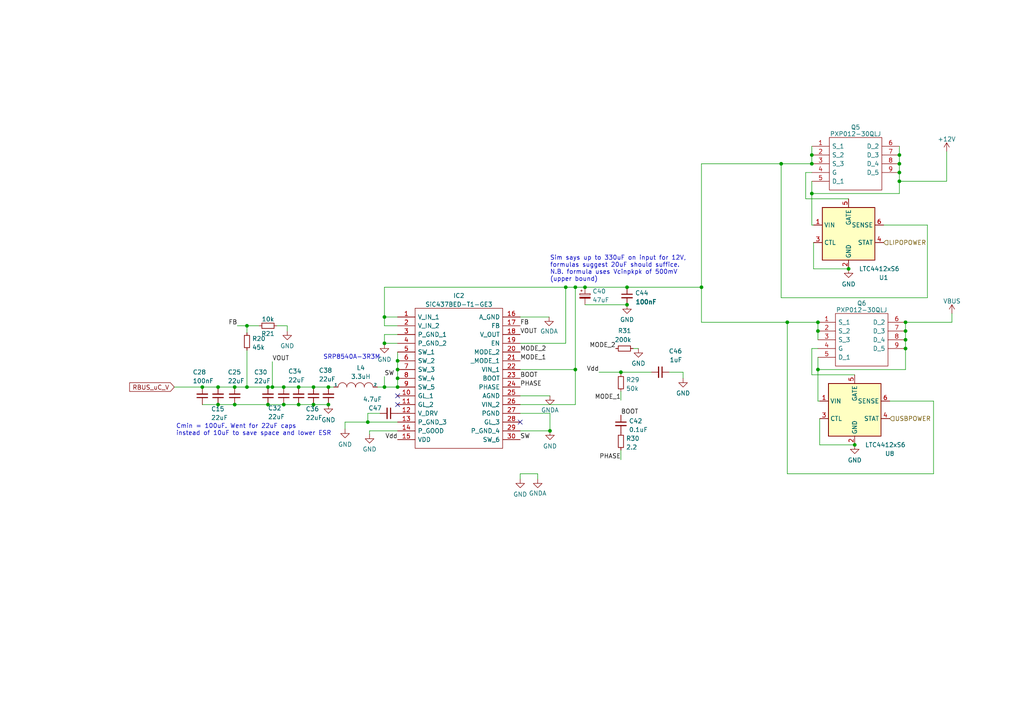
<source format=kicad_sch>
(kicad_sch (version 20230121) (generator eeschema)
  (paper "A4")
  (lib_symbols
    (symbol "Device:C_Polarized_Small" (pin_numbers hide) (pin_names (offset 0.254) hide)
      (property "Reference" "C" (at 0.254 1.778 0))
      (property "Value" "C_Polarized_Small" (at 0.254 -2.032 0))
      (symbol "C_Polarized_Small_0_1"
        (rectangle (start -1.524 -0.3048) (end 1.524 -0.6858) (fill (type outline)))
        (rectangle (start -1.524 0.6858) (end 1.524 0.3048))
        (polyline (pts (xy -1.27 1.524) (xy -0.762 1.524)))
        (polyline (pts (xy -1.016 1.27) (xy -1.016 1.778)))
      )
      (symbol "C_Polarized_Small_1_1"
        (pin passive line (at 0 2.54 270) (length 1.8542) (name "~") (number "1"))
        (pin passive line (at 0 -2.54 90) (length 1.8542) (name "~") (number "2"))
      )
    )
    (symbol "Device:C_Small" (pin_numbers hide) (pin_names (offset 0.254) hide)
      (property "Reference" "C" (at 0.254 1.778 0))
      (property "Value" "C_Small" (at 0.254 -2.032 0))
      (symbol "C_Small_0_1"
        (polyline (pts (xy -1.524 -0.508) (xy 1.524 -0.508)) (stroke (width 0.3302)))
        (polyline (pts (xy -1.524 0.508) (xy 1.524 0.508)) (stroke (width 0.3048)))
      )
      (symbol "C_Small_1_1"
        (pin passive line (at 0 2.54 270) (length 2.032) (name "~") (number "1"))
        (pin passive line (at 0 -2.54 90) (length 2.032) (name "~") (number "2"))
      )
    )
    (symbol "Device:R_Small" (pin_numbers hide) (pin_names (offset 0.254) hide)
      (property "Reference" "R" (at 0.762 0.508 0))
      (property "Value" "R_Small" (at 0.762 -1.016 0))
      (symbol "R_Small_0_1"
        (rectangle (start -0.762 1.778) (end 0.762 -1.778) (stroke (width 0.2032)))
      )
      (symbol "R_Small_1_1"
        (pin passive line (at 0 2.54 270) (length 0.762) (name "~") (number "1"))
        (pin passive line (at 0 -2.54 90) (length 0.762) (name "~") (number "2"))
      )
    )
    (symbol "Power_Management:LTC4412xS6"
      (property "Reference" "U" (at -6.35 8.89 0))
      (property "Value" "LTC4412xS6" (at 6.35 8.89 0))
      (symbol "LTC4412xS6_0_1"
        (rectangle (start -7.62 7.62) (end 7.62 -7.62) (stroke (width 0.254)) (fill (type background)))
      )
      (symbol "LTC4412xS6_1_1"
        (pin power_in line (at -10.16 2.54 0) (length 2.54) (name "VIN") (number "1"))
        (pin power_in line (at 0 -10.16 90) (length 2.54) (name "GND") (number "2"))
        (pin input line (at -10.16 -2.54 0) (length 2.54) (name "CTL") (number "3"))
        (pin open_collector line (at 10.16 -2.54 180) (length 2.54) (name "STAT") (number "4"))
        (pin output line (at 0 10.16 270) (length 2.54) (name "GATE") (number "5"))
        (pin input line (at 10.16 2.54 180) (length 2.54) (name "SENSE") (number "6"))
      )
    )
    (symbol "iclr:PXP012-30QLJ" (pin_names (offset 0.762))
      (property "Reference" "Q" (at 21.59 7.62 0))
      (property "Value" "PXP012-30QLJ" (at 21.59 5.08 0))
      (symbol "PXP012-30QLJ_0_0"
        (pin passive line (at 0 0 0) (length 5.08) (name "S_1") (number "1"))
        (pin passive line (at 0 -2.54 0) (length 5.08) (name "S_2") (number "2"))
        (pin passive line (at 0 -5.08 0) (length 5.08) (name "S_3") (number "3"))
        (pin passive line (at 0 -7.62 0) (length 5.08) (name "G") (number "4"))
        (pin passive line (at 0 -10.16 0) (length 5.08) (name "D_1") (number "5"))
        (pin passive line (at 25.4 0 180) (length 5.08) (name "D_2") (number "6"))
        (pin passive line (at 25.4 -2.54 180) (length 5.08) (name "D_3") (number "7"))
        (pin passive line (at 25.4 -5.08 180) (length 5.08) (name "D_4") (number "8"))
        (pin passive line (at 25.4 -7.62 180) (length 5.08) (name "D_5") (number "9"))
      )
      (symbol "PXP012-30QLJ_0_1"
        (polyline (pts (xy 5.08 2.54) (xy 20.32 2.54) (xy 20.32 -12.7) (xy 5.08 -12.7) (xy 5.08 2.54)) (stroke (width 0.1524)))
      )
    )
    (symbol "iclr:SiC437BED-T1-GE3" (pin_names (offset 0.762))
      (property "Reference" "IC" (at 31.75 7.62 0))
      (property "Value" "SiC437BED-T1-GE3" (at 31.75 5.08 0))
      (symbol "SiC437BED-T1-GE3_0_0"
        (pin passive line (at 0 0 0) (length 5.08) (name "V_IN_1") (number "1"))
        (pin passive line (at 0 -22.86 0) (length 5.08) (name "GL_1") (number "10"))
        (pin passive line (at 0 -25.4 0) (length 5.08) (name "GL_2") (number "11"))
        (pin passive line (at 0 -27.94 0) (length 5.08) (name "V_DRV") (number "12"))
        (pin passive line (at 0 -30.48 0) (length 5.08) (name "P_GND_3") (number "13"))
        (pin passive line (at 0 -33.02 0) (length 5.08) (name "P_GOOD") (number "14"))
        (pin passive line (at 0 -35.56 0) (length 5.08) (name "VDD") (number "15"))
        (pin passive line (at 35.56 0 180) (length 5.08) (name "A_GND") (number "16"))
        (pin passive line (at 35.56 -2.54 180) (length 5.08) (name "FB") (number "17"))
        (pin passive line (at 35.56 -5.08 180) (length 5.08) (name "V_OUT") (number "18"))
        (pin passive line (at 35.56 -7.62 180) (length 5.08) (name "EN") (number "19"))
        (pin passive line (at 0 -2.54 0) (length 5.08) (name "V_IN_2") (number "2"))
        (pin passive line (at 35.56 -10.16 180) (length 5.08) (name "MODE_2") (number "20"))
        (pin passive line (at 35.56 -12.7 180) (length 5.08) (name "_MODE_1") (number "21"))
        (pin passive line (at 35.56 -15.24 180) (length 5.08) (name "VIN_1") (number "22"))
        (pin passive line (at 35.56 -17.78 180) (length 5.08) (name "BOOT") (number "23"))
        (pin passive line (at 35.56 -20.32 180) (length 5.08) (name "PHASE") (number "24"))
        (pin passive line (at 35.56 -22.86 180) (length 5.08) (name "AGND") (number "25"))
        (pin passive line (at 35.56 -25.4 180) (length 5.08) (name "VIN_2") (number "26"))
        (pin passive line (at 35.56 -27.94 180) (length 5.08) (name "PGND") (number "27"))
        (pin passive line (at 35.56 -30.48 180) (length 5.08) (name "GL_3") (number "28"))
        (pin passive line (at 35.56 -33.02 180) (length 5.08) (name "P_GND_4") (number "29"))
        (pin passive line (at 0 -5.08 0) (length 5.08) (name "P_GND_1") (number "3"))
        (pin passive line (at 35.56 -35.56 180) (length 5.08) (name "SW_6") (number "30"))
        (pin passive line (at 0 -7.62 0) (length 5.08) (name "P_GND_2") (number "4"))
        (pin passive line (at 0 -10.16 0) (length 5.08) (name "SW_1") (number "5"))
        (pin passive line (at 0 -12.7 0) (length 5.08) (name "SW_2") (number "6"))
        (pin passive line (at 0 -15.24 0) (length 5.08) (name "SW_3") (number "7"))
        (pin passive line (at 0 -17.78 0) (length 5.08) (name "SW_4") (number "8"))
        (pin passive line (at 0 -20.32 0) (length 5.08) (name "SW_5") (number "9"))
      )
      (symbol "SiC437BED-T1-GE3_0_1"
        (polyline (pts (xy 5.08 2.54) (xy 30.48 2.54) (xy 30.48 -38.1) (xy 5.08 -38.1) (xy 5.08 2.54)) (stroke (width 0.1524)))
      )
    )
    (symbol "power:+12V" (power) (pin_names (offset 0))
      (property "Value" "+12V" (at 0 3.556 0))
      (symbol "+12V_0_1"
        (polyline (pts (xy -0.762 1.27) (xy 0 2.54)))
        (polyline (pts (xy 0 0) (xy 0 2.54)))
        (polyline (pts (xy 0 2.54) (xy 0.762 1.27)))
      )
      (symbol "+12V_1_1"
        (pin power_in line (at 0 0 90) (length 0) hide (name "+12V") (number "1"))
      )
    )
    (symbol "power:GND" (power) (pin_names (offset 0))
      (property "Value" "GND" (at 0 -3.81 0))
      (symbol "GND_0_1"
        (polyline (pts (xy 0 0) (xy 0 -1.27) (xy 1.27 -1.27) (xy 0 -2.54) (xy -1.27 -1.27) (xy 0 -1.27)))
      )
      (symbol "GND_1_1"
        (pin power_in line (at 0 0 270) (length 0) hide (name "GND") (number "1"))
      )
    )
    (symbol "power:GNDA" (power) (pin_names (offset 0))
      (property "Value" "GNDA" (at 0 -3.81 0))
      (symbol "GNDA_0_1"
        (polyline (pts (xy 0 0) (xy 0 -1.27) (xy 1.27 -1.27) (xy 0 -2.54) (xy -1.27 -1.27) (xy 0 -1.27)))
      )
      (symbol "GNDA_1_1"
        (pin power_in line (at 0 0 270) (length 0) hide (name "GNDA") (number "1"))
      )
    )
    (symbol "power:VBUS" (power) (pin_names (offset 0))
      (property "Value" "VBUS" (at 0 3.81 0))
      (symbol "VBUS_0_1"
        (polyline (pts (xy -0.762 1.27) (xy 0 2.54)))
        (polyline (pts (xy 0 0) (xy 0 2.54)))
        (polyline (pts (xy 0 2.54) (xy 0.762 1.27)))
      )
      (symbol "VBUS_1_1"
        (pin power_in line (at 0 0 90) (length 0) hide (name "VBUS") (number "1"))
      )
    )
    (symbol "pspice:INDUCTOR" (pin_numbers hide) (pin_names (offset 0))
      (property "Reference" "L" (at 0 2.54 0))
      (property "Value" "INDUCTOR" (at 0 -1.27 0))
      (symbol "INDUCTOR_0_1"
        (arc (start -2.54 0) (mid -3.81 1.2645) (end -5.08 0))
        (arc (start 0 0) (mid -1.27 1.2645) (end -2.54 0))
        (arc (start 2.54 0) (mid 1.27 1.2645) (end 0 0))
        (arc (start 5.08 0) (mid 3.81 1.2645) (end 2.54 0))
      )
      (symbol "INDUCTOR_1_1"
        (pin input line (at -6.35 0 0) (length 1.27) (name "1") (number "1"))
        (pin input line (at 6.35 0 180) (length 1.27) (name "2") (number "2"))
      )
    )
  )
  (junction (at 180.086 107.95))
  (junction (at 260.858 50.038))
  (junction (at 63.246 117.348))
  (junction (at 111.506 112.268))
  (junction (at 63.246 112.268))
  (junction (at 58.674 112.268))
  (junction (at 95.25 117.348))
  (junction (at 78.994 112.268))
  (junction (at 203.454 83.312))
  (junction (at 262.636 98.552))
  (junction (at 226.568 47.498))
  (junction (at 237.236 107.188))
  (junction (at 68.072 117.348))
  (junction (at 262.636 96.012))
  (junction (at 169.672 83.312))
  (junction (at 86.614 112.268))
  (junction (at 235.458 56.134))
  (junction (at 228.346 93.472))
  (junction (at 237.236 96.012))
  (junction (at 260.858 44.958))
  (junction (at 90.932 112.268))
  (junction (at 181.864 83.312))
  (junction (at 111.506 91.948))
  (junction (at 260.858 47.498))
  (junction (at 77.724 117.348))
  (junction (at 71.628 94.488))
  (junction (at 159.512 124.968))
  (junction (at 262.636 93.472))
  (junction (at 166.878 83.312))
  (junction (at 115.316 104.648))
  (junction (at 86.614 117.348))
  (junction (at 82.296 112.268))
  (junction (at 111.506 99.568))
  (junction (at 235.458 44.958))
  (junction (at 181.864 88.392))
  (junction (at 106.68 122.428))
  (junction (at 115.316 112.268))
  (junction (at 77.724 112.268))
  (junction (at 237.236 93.472))
  (junction (at 260.858 52.578))
  (junction (at 95.25 112.268))
  (junction (at 115.316 107.188))
  (junction (at 164.084 83.312))
  (junction (at 247.904 129.032))
  (junction (at 68.072 112.268))
  (junction (at 235.458 47.498))
  (junction (at 115.316 109.728))
  (junction (at 166.878 107.188))
  (junction (at 90.932 117.348))
  (junction (at 262.636 101.092))
  (junction (at 246.126 77.978))
  (junction (at 82.296 117.348))
  (junction (at 71.628 112.268))
  (no_connect (at 150.876 122.428))
  (no_connect (at 115.316 114.808))
  (no_connect (at 115.316 117.348))
  (wire (pts (xy 71.628 101.6) (xy 71.628 112.268)))
  (wire (pts (xy 260.858 44.958) (xy 260.858 47.498)))
  (wire (pts (xy 68.072 112.268) (xy 71.628 112.268)))
  (wire (pts (xy 180.086 107.95) (xy 180.086 108.458)))
  (wire (pts (xy 83.312 94.488) (xy 83.312 96.012)))
  (wire (pts (xy 270.764 116.332) (xy 270.764 137.414)))
  (wire (pts (xy 169.672 83.312) (xy 181.864 83.312)))
  (wire (pts (xy 90.932 112.268) (xy 95.25 112.268)))
  (wire (pts (xy 262.636 107.188) (xy 262.636 101.092)))
  (wire (pts (xy 71.628 96.52) (xy 71.628 94.488)))
  (wire (pts (xy 226.568 47.498) (xy 203.454 47.498)))
  (wire (pts (xy 235.458 65.278) (xy 235.966 65.278)))
  (wire (pts (xy 268.986 65.278) (xy 268.986 86.36)))
  (wire (pts (xy 115.316 107.188) (xy 115.316 109.728)))
  (wire (pts (xy 260.858 52.578) (xy 260.858 56.134)))
  (wire (pts (xy 183.642 101.092) (xy 185.166 101.092)))
  (wire (pts (xy 111.506 97.028) (xy 111.506 99.568)))
  (wire (pts (xy 258.064 116.332) (xy 270.764 116.332)))
  (wire (pts (xy 111.506 94.488) (xy 115.316 94.488)))
  (wire (pts (xy 233.68 50.038) (xy 235.458 50.038)))
  (wire (pts (xy 260.858 42.418) (xy 260.858 44.958)))
  (wire (pts (xy 164.084 83.312) (xy 164.084 99.568)))
  (wire (pts (xy 78.994 112.268) (xy 82.296 112.268)))
  (wire (pts (xy 235.458 108.712) (xy 235.458 101.092)))
  (wire (pts (xy 150.876 107.188) (xy 166.878 107.188)))
  (wire (pts (xy 115.316 99.568) (xy 111.506 99.568)))
  (wire (pts (xy 262.636 98.552) (xy 262.636 101.092)))
  (wire (pts (xy 50.546 112.268) (xy 58.674 112.268)))
  (wire (pts (xy 150.876 114.808) (xy 159.512 114.808)))
  (wire (pts (xy 107.188 125.984) (xy 107.188 124.968)))
  (wire (pts (xy 235.966 77.978) (xy 246.126 77.978)))
  (wire (pts (xy 237.236 93.472) (xy 237.236 96.012)))
  (wire (pts (xy 150.876 99.568) (xy 164.084 99.568)))
  (wire (pts (xy 155.956 137.414) (xy 155.956 138.938)))
  (wire (pts (xy 115.316 122.428) (xy 106.68 122.428)))
  (wire (pts (xy 150.876 117.348) (xy 166.878 117.348)))
  (wire (pts (xy 237.744 121.412) (xy 237.744 129.032)))
  (wire (pts (xy 237.236 103.632) (xy 237.236 107.188)))
  (wire (pts (xy 90.932 117.348) (xy 95.25 117.348)))
  (wire (pts (xy 180.086 113.538) (xy 180.086 116.078)))
  (wire (pts (xy 270.764 137.414) (xy 228.346 137.414)))
  (wire (pts (xy 63.246 117.348) (xy 68.072 117.348)))
  (wire (pts (xy 68.072 117.348) (xy 77.724 117.348)))
  (wire (pts (xy 203.454 47.498) (xy 203.454 83.312)))
  (wire (pts (xy 235.966 70.358) (xy 235.966 77.978)))
  (wire (pts (xy 150.876 137.414) (xy 155.956 137.414)))
  (wire (pts (xy 166.878 83.312) (xy 169.672 83.312)))
  (wire (pts (xy 107.188 124.968) (xy 115.316 124.968)))
  (wire (pts (xy 194.056 107.95) (xy 198.12 107.95)))
  (wire (pts (xy 111.506 91.948) (xy 115.316 91.948)))
  (wire (pts (xy 235.458 56.134) (xy 235.458 65.278)))
  (wire (pts (xy 111.506 83.312) (xy 111.506 91.948)))
  (wire (pts (xy 150.876 124.968) (xy 159.512 124.968)))
  (wire (pts (xy 82.296 112.268) (xy 86.614 112.268)))
  (wire (pts (xy 166.878 107.188) (xy 166.878 117.348)))
  (wire (pts (xy 237.236 107.188) (xy 237.236 116.332)))
  (wire (pts (xy 110.236 119.888) (xy 106.68 119.888)))
  (wire (pts (xy 235.458 47.498) (xy 226.568 47.498)))
  (wire (pts (xy 111.506 83.312) (xy 164.084 83.312)))
  (wire (pts (xy 111.506 91.948) (xy 111.506 94.488)))
  (wire (pts (xy 228.346 93.472) (xy 228.346 137.414)))
  (wire (pts (xy 246.126 57.658) (xy 233.68 57.658)))
  (wire (pts (xy 115.316 102.108) (xy 115.316 104.648)))
  (wire (pts (xy 260.858 47.498) (xy 260.858 50.038)))
  (wire (pts (xy 95.25 112.268) (xy 96.774 112.268)))
  (wire (pts (xy 235.458 101.092) (xy 237.236 101.092)))
  (wire (pts (xy 71.628 94.488) (xy 75.184 94.488)))
  (wire (pts (xy 228.346 93.472) (xy 237.236 93.472)))
  (wire (pts (xy 106.68 119.888) (xy 106.68 122.428)))
  (wire (pts (xy 203.454 83.312) (xy 203.454 93.472)))
  (wire (pts (xy 235.458 42.418) (xy 235.458 44.958)))
  (wire (pts (xy 115.316 97.028) (xy 111.506 97.028)))
  (wire (pts (xy 86.614 112.268) (xy 90.932 112.268)))
  (wire (pts (xy 233.68 57.658) (xy 233.68 50.038)))
  (wire (pts (xy 262.636 96.012) (xy 262.636 98.552)))
  (wire (pts (xy 68.834 94.488) (xy 71.628 94.488)))
  (wire (pts (xy 164.084 83.312) (xy 166.878 83.312)))
  (wire (pts (xy 150.876 91.948) (xy 159.258 91.948)))
  (wire (pts (xy 63.246 112.268) (xy 68.072 112.268)))
  (wire (pts (xy 150.876 119.888) (xy 159.512 119.888)))
  (wire (pts (xy 115.316 104.648) (xy 115.316 107.188)))
  (wire (pts (xy 166.878 83.312) (xy 166.878 107.188)))
  (wire (pts (xy 169.672 88.392) (xy 181.864 88.392)))
  (wire (pts (xy 276.098 90.932) (xy 276.098 93.472)))
  (wire (pts (xy 80.264 94.488) (xy 83.312 94.488)))
  (wire (pts (xy 235.458 52.578) (xy 235.458 56.134)))
  (wire (pts (xy 100.076 122.428) (xy 100.076 124.46)))
  (wire (pts (xy 237.236 116.332) (xy 237.744 116.332)))
  (wire (pts (xy 115.316 109.728) (xy 115.316 112.268)))
  (wire (pts (xy 203.454 93.472) (xy 228.346 93.472)))
  (wire (pts (xy 180.086 107.95) (xy 188.976 107.95)))
  (wire (pts (xy 181.864 83.312) (xy 203.454 83.312)))
  (wire (pts (xy 150.876 138.938) (xy 150.876 137.414)))
  (wire (pts (xy 260.858 50.038) (xy 260.858 52.578)))
  (wire (pts (xy 237.744 129.032) (xy 247.904 129.032)))
  (wire (pts (xy 109.474 112.268) (xy 111.506 112.268)))
  (wire (pts (xy 260.858 52.578) (xy 274.574 52.578)))
  (wire (pts (xy 198.12 107.95) (xy 198.12 109.728)))
  (wire (pts (xy 106.68 122.428) (xy 100.076 122.428)))
  (wire (pts (xy 111.506 99.568) (xy 111.506 99.822)))
  (wire (pts (xy 256.286 65.278) (xy 268.986 65.278)))
  (wire (pts (xy 58.674 112.268) (xy 63.246 112.268)))
  (wire (pts (xy 86.614 117.348) (xy 90.932 117.348)))
  (wire (pts (xy 58.674 117.348) (xy 63.246 117.348)))
  (wire (pts (xy 237.236 96.012) (xy 237.236 98.552)))
  (wire (pts (xy 276.098 93.472) (xy 262.636 93.472)))
  (wire (pts (xy 111.506 109.22) (xy 111.506 112.268)))
  (wire (pts (xy 247.904 108.712) (xy 235.458 108.712)))
  (wire (pts (xy 237.236 107.188) (xy 262.636 107.188)))
  (wire (pts (xy 78.994 104.902) (xy 78.994 112.268)))
  (wire (pts (xy 274.574 43.942) (xy 274.574 52.578)))
  (wire (pts (xy 77.724 112.268) (xy 78.994 112.268)))
  (wire (pts (xy 180.086 130.556) (xy 180.086 133.35)))
  (wire (pts (xy 226.568 47.498) (xy 226.568 86.36)))
  (wire (pts (xy 173.736 107.95) (xy 180.086 107.95)))
  (wire (pts (xy 235.458 56.134) (xy 260.858 56.134)))
  (wire (pts (xy 111.506 112.268) (xy 115.316 112.268)))
  (wire (pts (xy 235.458 44.958) (xy 235.458 47.498)))
  (wire (pts (xy 82.296 117.348) (xy 86.614 117.348)))
  (wire (pts (xy 262.636 93.472) (xy 262.636 96.012)))
  (wire (pts (xy 268.986 86.36) (xy 226.568 86.36)))
  (wire (pts (xy 71.628 112.268) (xy 77.724 112.268)))
  (wire (pts (xy 159.512 119.888) (xy 159.512 124.968)))
  (wire (pts (xy 77.724 117.348) (xy 82.296 117.348)))
  (text "Sim says up to 330uF on input for 12V,\nformulas suggest 20uF should suffice.\nN.B. formula uses Vcinpkpk of 500mV\n(upper bound)" (at 159.512 81.788 0) (effects (font (size 1.27 1.27)) (justify left bottom)))
  (text "Cmin = 100uF. Went for 22uF caps \ninstead of 10uF to save space and lower ESR" (at 51.054 126.492 0) (effects (font (size 1.27 1.27)) (justify left bottom)))
  (text "SRP8540A-3R3M" (at 93.726 104.394 0) (effects (font (size 1.27 1.27)) (justify left bottom)))
  (label "MODE_1" (at 150.876 104.648 0))
  (label "VOUT" (at 78.994 104.902 0))
  (label "SW" (at 111.506 109.22 0))
  (label "PHASE" (at 180.086 133.35 180))
  (label "MODE_2" (at 150.876 102.108 0))
  (label "BOOT" (at 150.876 109.728 0))
  (label "SW" (at 150.876 127.508 0))
  (label "MODE_2" (at 178.562 101.092 180))
  (label "VOUT" (at 150.876 97.028 0))
  (label "Vdd" (at 115.316 127.508 180))
  (label "FB" (at 150.876 94.488 0))
  (label "PHASE" (at 150.876 112.268 0))
  (label "FB" (at 68.834 94.488 180))
  (label "BOOT" (at 180.086 120.396 0))
  (label "MODE_1" (at 180.086 116.078 180))
  (label "Vdd" (at 173.736 107.95 180))
  (global_label "RBUS_uC_V" (shape input) (at 50.546 112.268 180) (property "Intersheetrefs" "${INTERSHEET_REFS}" (effects hide)))
  (hierarchical_label "USBPOWER" (shape input) (at 258.064 121.412 0))
  (hierarchical_label "LIPOPOWER" (shape input) (at 256.286 70.358 0))
  (symbol (lib_id "Device:C_Small") (at 181.864 85.852 0) (unit 1)
    (property "Reference" "C44" (at 184.1881 84.9793 0) (effects (justify left)))
    (property "Value" "100nF" (at 184.1881 87.5876 0) (effects (font bold) (justify left)))
    (property "Footprint" "Capacitor_SMD:C_0603_1608Metric" (effects hide))
  )
  (symbol (lib_id "power:GND") (at 83.312 96.012 0) (unit 1)
    (property "Reference" "#PWR0167" (effects hide))
    (property "Value" "GND" (at 83.312 100.33 0))
  )
  (symbol (lib_id "power:GNDA") (at 155.956 138.938 0) (unit 1)
    (property "Reference" "#PWR04" (effects hide))
    (property "Value" "GNDA" (at 155.956 143.0735 0))
  )
  (symbol (lib_id "power:GND") (at 198.12 109.728 0) (unit 1)
    (property "Reference" "#PWR0111" (effects hide))
    (property "Value" "GND" (at 198.12 114.046 0))
  )
  (symbol (lib_id "Device:C_Small") (at 180.086 122.936 0) (unit 1)
    (property "Reference" "C42" (at 182.4101 122.1076 0) (effects (justify left)))
    (property "Value" "0.1uF" (at 182.4101 124.6445 0) (effects (justify left)))
    (property "Footprint" "Capacitor_SMD:C_0402_1005Metric" (effects hide))
  )
  (symbol (lib_id "Device:R_Small") (at 180.086 128.016 180) (unit 1)
    (property "Reference" "R30" (at 181.5846 127.1813 0) (effects (justify right)))
    (property "Value" "2.2" (at 181.5846 129.7182 0) (effects (justify right)))
    (property "Footprint" "Resistor_SMD:R_0402_1005Metric" (effects hide))
  )
  (symbol (lib_id "power:GND") (at 246.126 77.978 0) (unit 1)
    (property "Reference" "#PWR0149" (effects hide))
    (property "Value" "GND" (at 246.126 82.4214 0))
  )
  (symbol (lib_id "Device:C_Small") (at 77.724 114.808 180) (unit 1)
    (property "Reference" "C30" (at 73.66 107.9531 0) (effects (justify right)))
    (property "Value" "22uF" (at 73.66 110.49 0) (effects (justify right)))
    (property "Footprint" "Capacitor_SMD:C_0603_1608Metric" (effects hide))
  )
  (symbol (lib_id "Device:R_Small") (at 77.724 94.488 90) (unit 1)
    (property "Reference" "R21" (at 77.724 96.774 90))
    (property "Value" "10k" (at 77.724 92.5885 90))
    (property "Footprint" "Resistor_SMD:R_0402_1005Metric" (effects hide))
  )
  (symbol (lib_id "Device:C_Polarized_Small") (at 169.672 85.852 0) (unit 1)
    (property "Reference" "C40" (at 171.831 84.4712 0) (effects (justify left)))
    (property "Value" "47uF" (at 171.831 87.0081 0) (effects (justify left)))
    (property "Footprint" "Capacitor_Tantalum_SMD:CP_EIA-7343-31_Kemet-D" (effects hide))
  )
  (symbol (lib_id "Device:R_Small") (at 181.102 101.092 90) (unit 1)
    (property "Reference" "R31" (at 183.1086 95.9393 90) (effects (justify left)))
    (property "Value" "200k" (at 183.134 98.552 90) (effects (justify left)))
    (property "Footprint" "Resistor_SMD:R_0402_1005Metric" (effects hide))
  )
  (symbol (lib_id "Device:C_Small") (at 112.776 119.888 270) (unit 1)
    (property "Reference" "C47" (at 110.744 118.364 90) (effects (justify right)))
    (property "Value" "4.7uF" (at 110.744 115.8271 90) (effects (justify right)))
    (property "Footprint" "Capacitor_SMD:C_0402_1005Metric" (effects hide))
  )
  (symbol (lib_id "Device:R_Small") (at 71.628 99.06 0) (unit 1)
    (property "Reference" "R20" (at 73.1266 98.2253 0) (effects (justify left)))
    (property "Value" "45k" (at 73.1266 100.7622 0) (effects (justify left)))
    (property "Footprint" "Resistor_SMD:R_0402_1005Metric" (effects hide))
  )
  (symbol (lib_id "iclr:SiC437BED-T1-GE3") (at 115.316 91.948 0) (unit 1)
    (property "Reference" "IC2" (at 133.096 85.759 0))
    (property "Value" "SiC437BED-T1-GE3" (at 133.096 88.2959 0))
    (property "Footprint" "iclr:SiC437BEDT1GE3" (effects hide))
    (property "Datasheet" "https://componentsearchengine.com/Datasheets/1/SiC437BED-T1-GE3.pdf" (effects hide))
    (property "Description" "Switching Voltage Regulators 3-28V 12A 50uA microBUCK MLP44-24" (effects hide))
    (property "Height" "0.8" (effects hide))
    (property "Manufacturer_Name" "Vishay" (effects hide))
    (property "Manufacturer_Part_Number" "SiC437BED-T1-GE3" (effects hide))
    (property "Mouser Part Number" "78-SIC437BED-T1-GE3" (effects hide))
    (property "Mouser Price/Stock" "https://www.mouser.co.uk/ProductDetail/Vishay-Siliconix/SiC437BED-T1-GE3?qs=chTDxNqvsyntp1SKlnHzGA%3D%3D" (effects hide))
    (property "Arrow Part Number" "SIC437BED-T1-GE3" (effects hide))
    (property "Arrow Price/Stock" "https://www.arrow.com/en/products/sic437bed-t1-ge3/vishay" (effects hide))
  )
  (symbol (lib_id "Device:C_Small") (at 82.296 114.808 180) (unit 1)
    (property "Reference" "C32" (at 77.724 118.3671 0) (effects (justify right)))
    (property "Value" "22uF" (at 77.724 120.904 0) (effects (justify right)))
    (property "Footprint" "Capacitor_SMD:C_0603_1608Metric" (effects hide))
  )
  (symbol (lib_id "iclr:PXP012-30QLJ") (at 235.458 42.418 0) (unit 1)
    (property "Reference" "Q5" (at 248.158 36.9189 0))
    (property "Value" "PXP012-30QLJ" (at 248.158 38.8399 0))
    (property "Footprint" "iclr:PXP01230QLJ" (effects hide))
    (property "Datasheet" "https://assets.nexperia.com/documents/data-sheet/PXP012-30QL.pdf" (effects hide))
    (property "Description" "P-channel enhancement mode Field-Effect Transistor (FET) in an MLPAK33 (SOT8002) Surface-Mounted Device (SMD) plastic package using Trench MOSFET technology." (effects hide))
    (property "Height" "0.9" (effects hide))
    (property "Manufacturer_Name" "Nexperia" (effects hide))
    (property "Manufacturer_Part_Number" "PXP012-30QLJ" (effects hide))
    (property "Mouser Part Number" "771-PXP012-30QLJ" (effects hide))
    (property "Mouser Price/Stock" "https://www.mouser.co.uk/ProductDetail/Nexperia/PXP012-30QLJ?qs=MyNHzdoqoQJZrENr6odxAg%3D%3D" (effects hide))
  )
  (symbol (lib_id "Device:C_Small") (at 191.516 107.95 270) (unit 1)
    (property "Reference" "C46" (at 197.866 101.854 90) (effects (justify right)))
    (property "Value" "1uF" (at 197.866 104.3909 90) (effects (justify right)))
    (property "Footprint" "Capacitor_SMD:C_0402_1005Metric" (effects hide))
  )
  (symbol (lib_id "Device:C_Small") (at 68.072 114.808 180) (unit 1)
    (property "Reference" "C25" (at 66.04 107.9531 0) (effects (justify right)))
    (property "Value" "22uF" (at 66.04 110.49 0) (effects (justify right)))
    (property "Footprint" "Capacitor_SMD:C_0603_1608Metric" (effects hide))
  )
  (symbol (lib_id "power:GND") (at 247.904 129.032 0) (unit 1)
    (property "Reference" "#PWR0169" (effects hide))
    (property "Value" "GND" (at 247.904 133.4754 0))
  )
  (symbol (lib_id "iclr:PXP012-30QLJ") (at 237.236 93.472 0) (unit 1)
    (property "Reference" "Q6" (at 249.936 87.9729 0))
    (property "Value" "PXP012-30QLJ" (at 249.936 89.8939 0))
    (property "Footprint" "iclr:PXP01230QLJ" (effects hide))
    (property "Datasheet" "https://assets.nexperia.com/documents/data-sheet/PXP012-30QL.pdf" (effects hide))
    (property "Description" "P-channel enhancement mode Field-Effect Transistor (FET) in an MLPAK33 (SOT8002) Surface-Mounted Device (SMD) plastic package using Trench MOSFET technology." (effects hide))
    (property "Height" "0.9" (effects hide))
    (property "Manufacturer_Name" "Nexperia" (effects hide))
    (property "Manufacturer_Part_Number" "PXP012-30QLJ" (effects hide))
    (property "Mouser Part Number" "771-PXP012-30QLJ" (effects hide))
    (property "Mouser Price/Stock" "https://www.mouser.co.uk/ProductDetail/Nexperia/PXP012-30QLJ?qs=MyNHzdoqoQJZrENr6odxAg%3D%3D" (effects hide))
  )
  (symbol (lib_id "power:GND") (at 107.188 125.984 0) (unit 1)
    (property "Reference" "#PWR0105" (effects hide))
    (property "Value" "GND" (at 107.188 130.302 0))
  )
  (symbol (lib_id "Power_Management:LTC4412xS6") (at 246.126 67.818 0) (unit 1)
    (property "Reference" "U1" (at 256.286 80.518 0))
    (property "Value" "LTC4412xS6" (at 255.016 77.978 0))
    (property "Footprint" "Package_TO_SOT_SMD:TSOT-23-6" (effects hide))
    (property "Datasheet" "https://www.analog.com/media/en/technical-documentation/data-sheets/4412fb.pdf" (effects hide))
  )
  (symbol (lib_id "power:GND") (at 95.25 117.348 0) (unit 1)
    (property "Reference" "#PWR0183" (effects hide))
    (property "Value" "GND" (at 95.25 121.7914 0))
  )
  (symbol (lib_id "power:GND") (at 100.076 124.46 0) (unit 1)
    (property "Reference" "#PWR0181" (effects hide))
    (property "Value" "GND" (at 100.076 128.9034 0))
  )
  (symbol (lib_id "Device:C_Small") (at 95.25 114.808 180) (unit 1)
    (property "Reference" "C38" (at 92.456 107.4451 0) (effects (justify right)))
    (property "Value" "22uF" (at 92.456 109.982 0) (effects (justify right)))
    (property "Footprint" "Capacitor_SMD:C_0603_1608Metric" (effects hide))
  )
  (symbol (lib_id "Device:C_Small") (at 58.674 114.808 180) (unit 1)
    (property "Reference" "C28" (at 55.88 107.95 0) (effects (justify right)))
    (property "Value" "100nF" (at 55.88 110.4869 0) (effects (justify right)))
    (property "Footprint" "Capacitor_SMD:C_0402_1005Metric" (effects hide))
  )
  (symbol (lib_id "power:GND") (at 150.876 138.938 0) (unit 1)
    (property "Reference" "#PWR05" (effects hide))
    (property "Value" "GND" (at 150.876 143.3814 0))
  )
  (symbol (lib_id "power:GNDA") (at 159.512 114.808 0) (unit 1)
    (property "Reference" "#PWR02" (effects hide))
    (property "Value" "GNDA" (at 159.512 118.9435 0))
  )
  (symbol (lib_id "Device:C_Small") (at 63.246 114.808 180) (unit 1)
    (property "Reference" "C15" (at 61.214 118.6211 0) (effects (justify right)))
    (property "Value" "22uF" (at 61.214 121.158 0) (effects (justify right)))
    (property "Footprint" "Capacitor_SMD:C_0603_1608Metric" (effects hide))
  )
  (symbol (lib_id "power:GND") (at 111.506 99.822 0) (unit 1)
    (property "Reference" "#PWR0180" (effects hide))
    (property "Value" "GND" (at 111.506 104.2654 0))
  )
  (symbol (lib_id "power:GNDA") (at 159.258 91.948 0) (unit 1)
    (property "Reference" "#PWR03" (effects hide))
    (property "Value" "GNDA" (at 159.258 96.0835 0))
  )
  (symbol (lib_id "Power_Management:LTC4412xS6") (at 247.904 118.872 0) (unit 1)
    (property "Reference" "U8" (at 258.064 131.572 0))
    (property "Value" "LTC4412xS6" (at 256.794 129.032 0))
    (property "Footprint" "Package_TO_SOT_SMD:TSOT-23-6" (effects hide))
    (property "Datasheet" "https://www.analog.com/media/en/technical-documentation/data-sheets/4412fb.pdf" (effects hide))
  )
  (symbol (lib_id "power:GND") (at 181.864 88.392 0) (unit 1)
    (property "Reference" "#PWR0168" (effects hide))
    (property "Value" "GND" (at 181.864 92.71 0))
  )
  (symbol (lib_id "power:+12V") (at 274.574 43.942 0) (unit 1)
    (property "Reference" "#PWR0166" (effects hide))
    (property "Value" "+12V" (at 274.574 40.3662 0))
  )
  (symbol (lib_id "pspice:INDUCTOR") (at 103.124 112.268 0) (unit 1)
    (property "Reference" "L4" (at 104.648 106.6831 0))
    (property "Value" "3.3uH" (at 104.648 109.22 0))
    (property "Footprint" "Inductor_SMD:L_10.4x10.4_H4.8" (effects hide))
  )
  (symbol (lib_id "power:GND") (at 185.166 101.092 0) (unit 1)
    (property "Reference" "#PWR0106" (effects hide))
    (property "Value" "GND" (at 185.166 105.41 0))
  )
  (symbol (lib_id "power:GND") (at 159.512 124.968 0) (unit 1)
    (property "Reference" "#PWR0158" (effects hide))
    (property "Value" "GND" (at 159.512 129.4114 0))
  )
  (symbol (lib_id "Device:C_Small") (at 86.614 114.808 180) (unit 1)
    (property "Reference" "C34" (at 83.566 107.6991 0) (effects (justify right)))
    (property "Value" "22uF" (at 83.566 110.236 0) (effects (justify right)))
    (property "Footprint" "Capacitor_SMD:C_0603_1608Metric" (effects hide))
  )
  (symbol (lib_id "Device:C_Small") (at 90.932 114.808 180) (unit 1)
    (property "Reference" "C36" (at 88.646 118.6211 0) (effects (justify right)))
    (property "Value" "22uF" (at 88.646 121.158 0) (effects (justify right)))
    (property "Footprint" "Capacitor_SMD:C_0603_1608Metric" (effects hide))
  )
  (symbol (lib_id "power:VBUS") (at 276.098 90.932 0) (unit 1)
    (property "Reference" "#PWR0150" (effects hide))
    (property "Value" "VBUS" (at 276.098 87.3562 0))
  )
  (symbol (lib_id "Device:R_Small") (at 180.086 110.998 0) (unit 1)
    (property "Reference" "R29" (at 181.5846 110.1633 0) (effects (justify left)))
    (property "Value" "50k" (at 181.5846 112.7002 0) (effects (justify left)))
    (property "Footprint" "Resistor_SMD:R_0402_1005Metric" (effects hide))
  )
)
</source>
